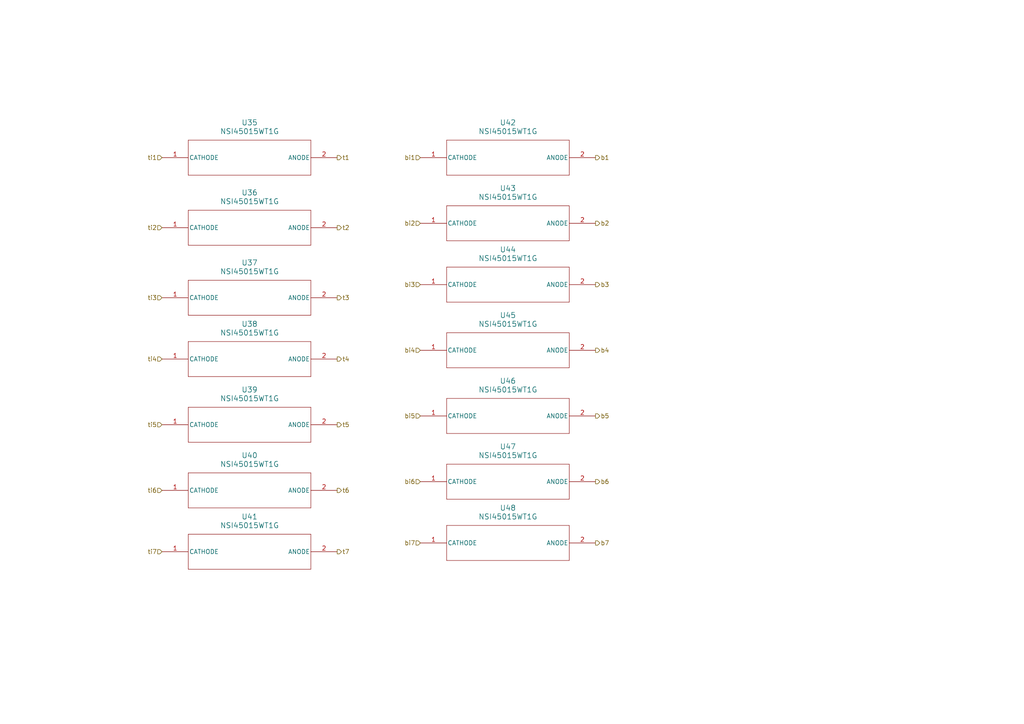
<source format=kicad_sch>
(kicad_sch (version 20231120) (generator "eeschema") (generator_version "8.0")
  (paper "A4")
  (lib_symbols
    (symbol "CMPE2750:NSI45015WT1G" (pin_names (offset 0.254))
      (property "Reference" "U" (at 25.4 10.16 0))
      (property "Value" "NSI45015WT1G" (at 25.4 7.62 0))
      (symbol "NSI45015WT1G_1_1"
        (polyline (pts (xy 7.62 -5.08) (xy 43.18 -5.08)) (stroke (width 0.127)))
        (polyline (pts (xy 7.62 5.08) (xy 7.62 -5.08)) (stroke (width 0.127)))
        (polyline (pts (xy 43.18 -5.08) (xy 43.18 5.08)) (stroke (width 0.127)))
        (polyline (pts (xy 43.18 5.08) (xy 7.62 5.08)) (stroke (width 0.127)))
        (pin passive line (at 0 0 0) (length 7.62) (name "CATHODE") (number "1"))
        (pin passive line (at 50.8 0 180) (length 7.62) (name "ANODE") (number "2"))
      )
    )
  )
  (hierarchical_label "t7" (shape output) (at 97.79 160.02 0))
  (hierarchical_label "ti4" (shape input) (at 46.99 104.14 180))
  (hierarchical_label "b6" (shape output) (at 172.72 139.7 0))
  (hierarchical_label "ti6" (shape input) (at 46.99 142.24 180))
  (hierarchical_label "t4" (shape output) (at 97.79 104.14 0))
  (hierarchical_label "t5" (shape output) (at 97.79 123.19 0))
  (hierarchical_label "t6" (shape output) (at 97.79 142.24 0))
  (hierarchical_label "b3" (shape output) (at 172.72 82.55 0))
  (hierarchical_label "bi1" (shape input) (at 121.92 45.72 180))
  (hierarchical_label "ti5" (shape input) (at 46.99 123.19 180))
  (hierarchical_label "b4" (shape output) (at 172.72 101.6 0))
  (hierarchical_label "bi6" (shape input) (at 121.92 139.7 180))
  (hierarchical_label "b2" (shape output) (at 172.72 64.77 0))
  (hierarchical_label "t2" (shape output) (at 97.79 66.04 0))
  (hierarchical_label "bi7" (shape input) (at 121.92 157.48 180))
  (hierarchical_label "bi4" (shape input) (at 121.92 101.6 180))
  (hierarchical_label "ti1" (shape input) (at 46.99 45.72 180))
  (hierarchical_label "t3" (shape output) (at 97.79 86.36 0))
  (hierarchical_label "b1" (shape output) (at 172.72 45.72 0))
  (hierarchical_label "ti7" (shape input) (at 46.99 160.02 180))
  (hierarchical_label "ti2" (shape input) (at 46.99 66.04 180))
  (hierarchical_label "bi3" (shape input) (at 121.92 82.55 180))
  (hierarchical_label "bi5" (shape input) (at 121.92 120.65 180))
  (hierarchical_label "ti3" (shape input) (at 46.99 86.36 180))
  (hierarchical_label "b5" (shape output) (at 172.72 120.65 0))
  (hierarchical_label "b7" (shape output) (at 172.72 157.48 0))
  (hierarchical_label "t1" (shape output) (at 97.79 45.72 0))
  (hierarchical_label "bi2" (shape input) (at 121.92 64.77 180))
  (symbol (lib_id "CMPE2750:NSI45015WT1G") (at 46.99 66.04 0) (unit 1)
    (property "Reference" "U36" (at 72.39 55.88 0) (effects (font (size 1.524 1.524))))
    (property "Value" "NSI45015WT1G" (at 72.39 58.42 0) (effects (font (size 1.524 1.524))))
    (property "Footprint" "SOD123-2_ONS" (effects (hide yes)))
    (property "Datasheet" "NSI45015WT1G" (effects (hide yes)))
  )
  (symbol (lib_id "CMPE2750:NSI45015WT1G") (at 121.92 64.77 0) (unit 1)
    (property "Reference" "U43" (at 147.32 54.61 0) (effects (font (size 1.524 1.524))))
    (property "Value" "NSI45015WT1G" (at 147.32 57.15 0) (effects (font (size 1.524 1.524))))
    (property "Footprint" "SOD123-2_ONS" (effects (hide yes)))
    (property "Datasheet" "NSI45015WT1G" (effects (hide yes)))
  )
  (symbol (lib_id "CMPE2750:NSI45015WT1G") (at 121.92 82.55 0) (unit 1)
    (property "Reference" "U44" (at 147.32 72.39 0) (effects (font (size 1.524 1.524))))
    (property "Value" "NSI45015WT1G" (at 147.32 74.93 0) (effects (font (size 1.524 1.524))))
    (property "Footprint" "SOD123-2_ONS" (effects (hide yes)))
    (property "Datasheet" "NSI45015WT1G" (effects (hide yes)))
  )
  (symbol (lib_id "CMPE2750:NSI45015WT1G") (at 46.99 104.14 0) (unit 1)
    (property "Reference" "U38" (at 72.39 93.98 0) (effects (font (size 1.524 1.524))))
    (property "Value" "NSI45015WT1G" (at 72.39 96.52 0) (effects (font (size 1.524 1.524))))
    (property "Footprint" "SOD123-2_ONS" (effects (hide yes)))
    (property "Datasheet" "NSI45015WT1G" (effects (hide yes)))
  )
  (symbol (lib_id "CMPE2750:NSI45015WT1G") (at 121.92 120.65 0) (unit 1)
    (property "Reference" "U46" (at 147.32 110.49 0) (effects (font (size 1.524 1.524))))
    (property "Value" "NSI45015WT1G" (at 147.32 113.03 0) (effects (font (size 1.524 1.524))))
    (property "Footprint" "SOD123-2_ONS" (effects (hide yes)))
    (property "Datasheet" "NSI45015WT1G" (effects (hide yes)))
  )
  (symbol (lib_id "CMPE2750:NSI45015WT1G") (at 46.99 123.19 0) (unit 1)
    (property "Reference" "U39" (at 72.39 113.03 0) (effects (font (size 1.524 1.524))))
    (property "Value" "NSI45015WT1G" (at 72.39 115.57 0) (effects (font (size 1.524 1.524))))
    (property "Footprint" "SOD123-2_ONS" (effects (hide yes)))
    (property "Datasheet" "NSI45015WT1G" (effects (hide yes)))
  )
  (symbol (lib_id "CMPE2750:NSI45015WT1G") (at 46.99 45.72 0) (unit 1)
    (property "Reference" "U35" (at 72.39 35.56 0) (effects (font (size 1.524 1.524))))
    (property "Value" "NSI45015WT1G" (at 72.39 38.1 0) (effects (font (size 1.524 1.524))))
    (property "Footprint" "SOD123-2_ONS" (effects (hide yes)))
    (property "Datasheet" "NSI45015WT1G" (effects (hide yes)))
  )
  (symbol (lib_id "CMPE2750:NSI45015WT1G") (at 46.99 142.24 0) (unit 1)
    (property "Reference" "U40" (at 72.39 132.08 0) (effects (font (size 1.524 1.524))))
    (property "Value" "NSI45015WT1G" (at 72.39 134.62 0) (effects (font (size 1.524 1.524))))
    (property "Footprint" "SOD123-2_ONS" (effects (hide yes)))
    (property "Datasheet" "NSI45015WT1G" (effects (hide yes)))
  )
  (symbol (lib_id "CMPE2750:NSI45015WT1G") (at 121.92 157.48 0) (unit 1)
    (property "Reference" "U48" (at 147.32 147.32 0) (effects (font (size 1.524 1.524))))
    (property "Value" "NSI45015WT1G" (at 147.32 149.86 0) (effects (font (size 1.524 1.524))))
    (property "Footprint" "SOD123-2_ONS" (effects (hide yes)))
    (property "Datasheet" "NSI45015WT1G" (effects (hide yes)))
  )
  (symbol (lib_id "CMPE2750:NSI45015WT1G") (at 46.99 86.36 0) (unit 1)
    (property "Reference" "U37" (at 72.39 76.2 0) (effects (font (size 1.524 1.524))))
    (property "Value" "NSI45015WT1G" (at 72.39 78.74 0) (effects (font (size 1.524 1.524))))
    (property "Footprint" "SOD123-2_ONS" (effects (hide yes)))
    (property "Datasheet" "NSI45015WT1G" (effects (hide yes)))
  )
  (symbol (lib_id "CMPE2750:NSI45015WT1G") (at 121.92 101.6 0) (unit 1)
    (property "Reference" "U45" (at 147.32 91.44 0) (effects (font (size 1.524 1.524))))
    (property "Value" "NSI45015WT1G" (at 147.32 93.98 0) (effects (font (size 1.524 1.524))))
    (property "Footprint" "SOD123-2_ONS" (effects (hide yes)))
    (property "Datasheet" "NSI45015WT1G" (effects (hide yes)))
  )
  (symbol (lib_id "CMPE2750:NSI45015WT1G") (at 121.92 139.7 0) (unit 1)
    (property "Reference" "U47" (at 147.32 129.54 0) (effects (font (size 1.524 1.524))))
    (property "Value" "NSI45015WT1G" (at 147.32 132.08 0) (effects (font (size 1.524 1.524))))
    (property "Footprint" "SOD123-2_ONS" (effects (hide yes)))
    (property "Datasheet" "NSI45015WT1G" (effects (hide yes)))
  )
  (symbol (lib_id "CMPE2750:NSI45015WT1G") (at 46.99 160.02 0) (unit 1)
    (property "Reference" "U41" (at 72.39 149.86 0) (effects (font (size 1.524 1.524))))
    (property "Value" "NSI45015WT1G" (at 72.39 152.4 0) (effects (font (size 1.524 1.524))))
    (property "Footprint" "SOD123-2_ONS" (effects (hide yes)))
    (property "Datasheet" "NSI45015WT1G" (effects (hide yes)))
  )
  (symbol (lib_id "CMPE2750:NSI45015WT1G") (at 121.92 45.72 0) (unit 1)
    (property "Reference" "U42" (at 147.32 35.56 0) (effects (font (size 1.524 1.524))))
    (property "Value" "NSI45015WT1G" (at 147.32 38.1 0) (effects (font (size 1.524 1.524))))
    (property "Footprint" "SOD123-2_ONS" (effects (hide yes)))
    (property "Datasheet" "NSI45015WT1G" (effects (hide yes)))
  )
)
</source>
